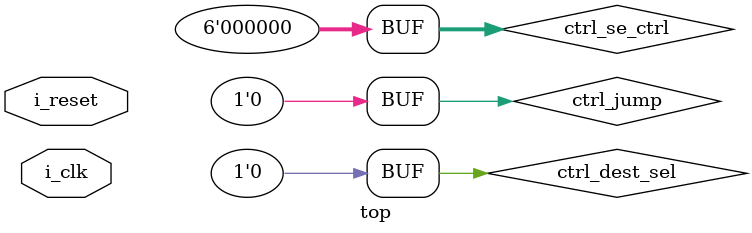
<source format=v>
module top (
    input wire i_clk,
    input wire i_reset
);

    // Wires between phases
    // IF outputs
    wire [31:0] if_instruction;
    wire [31:0] if_pc;
    wire [31:0] if_pc_increment;

    // ID outputs
    wire [31:0] id_src1;
    wire [31:0] id_src2;
    wire [31:0] id_sign_extend;
    wire [4:0]  id_RS;
    wire [4:0]  id_RT;
    wire [4:0]  id_RD;
    wire [4:0]  id_mux_addr;
    wire [15:0] id_address;
    wire [5:0]  id_opcode;

    // EX outputs
    wire [31:0] ex_alu_result;
    wire        ex_zero;
    wire [31:0] ex_br_address;

    // Control / simple placeholders
    wire        ctrl_branch = id_opcode != 6'd0; // placeholder: non-zero opcode -> branch
    wire        ctrl_jump = 1'b0;
    wire        ctrl_dest_sel = 1'b0;
    wire [5:0]  ctrl_se_ctrl = 6'd0;

    instruction_fetch_top u_if (
        .i_clk(i_clk),
        .i_reset(i_reset),
        .i_br_address(ex_br_address),
        .i_branch(ctrl_branch),
        .i_jump(ctrl_jump),
        .i_zero(ex_zero),
        .i_read(1'b1),
        .i_write(1'b0),
        .i_instruction_in(32'd0),
        .o_instruction(if_instruction),
        .o_pc(if_pc),
        .o_pc_increment(if_pc_increment)
    );

    instruction_decode_top u_id (
        .i_clk(i_clk),
        .i_reset(i_reset),
        .i_instruction(if_instruction),
        .i_wb_data(32'd0),
        .i_dest_sel(ctrl_dest_sel),
        .i_se_ctrl(ctrl_se_ctrl),
        .o_src1(id_src1),
        .o_src2(id_src2),
        .o_sign_extend(id_sign_extend),
        .o_RS(id_RS),
        .o_RT(id_RT),
        .o_RD(id_RD),
        .o_mux_addr(id_mux_addr),
        .o_address(id_address),
        .o_opcode(id_opcode)
    );

    execution_top u_ex (
        .i_pc_increment(if_pc_increment),
        .i_src1(id_src1),
        .i_src2(id_src2),
        .i_sign_extend(id_sign_extend),
        .i_shamt(id_RS),
        .i_opcode(id_opcode),
        .i_sel_shift(1'b0),
        .i_alu_src_sel(1'b0),
        .o_alu_result(ex_alu_result),
        .o_zero(ex_zero),
        .o_br_address(ex_br_address)
    );

endmodule

</source>
